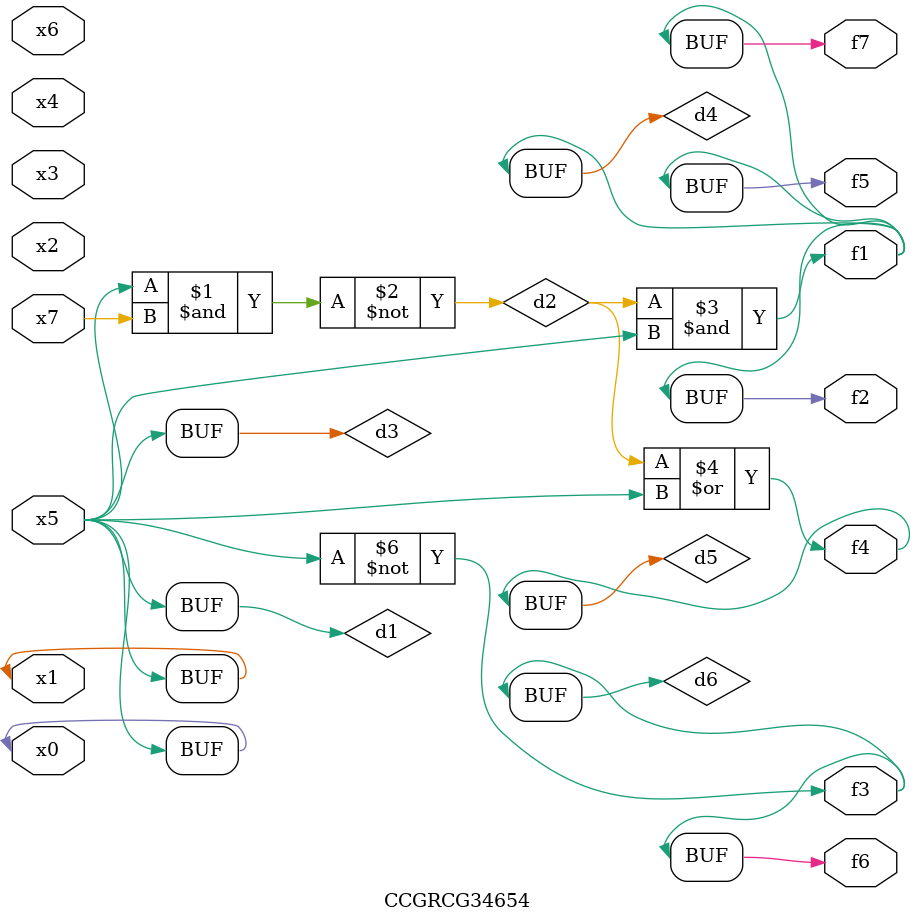
<source format=v>
module CCGRCG34654(
	input x0, x1, x2, x3, x4, x5, x6, x7,
	output f1, f2, f3, f4, f5, f6, f7
);

	wire d1, d2, d3, d4, d5, d6;

	buf (d1, x0, x5);
	nand (d2, x5, x7);
	buf (d3, x0, x1);
	and (d4, d2, d3);
	or (d5, d2, d3);
	nor (d6, d1, d3);
	assign f1 = d4;
	assign f2 = d4;
	assign f3 = d6;
	assign f4 = d5;
	assign f5 = d4;
	assign f6 = d6;
	assign f7 = d4;
endmodule

</source>
